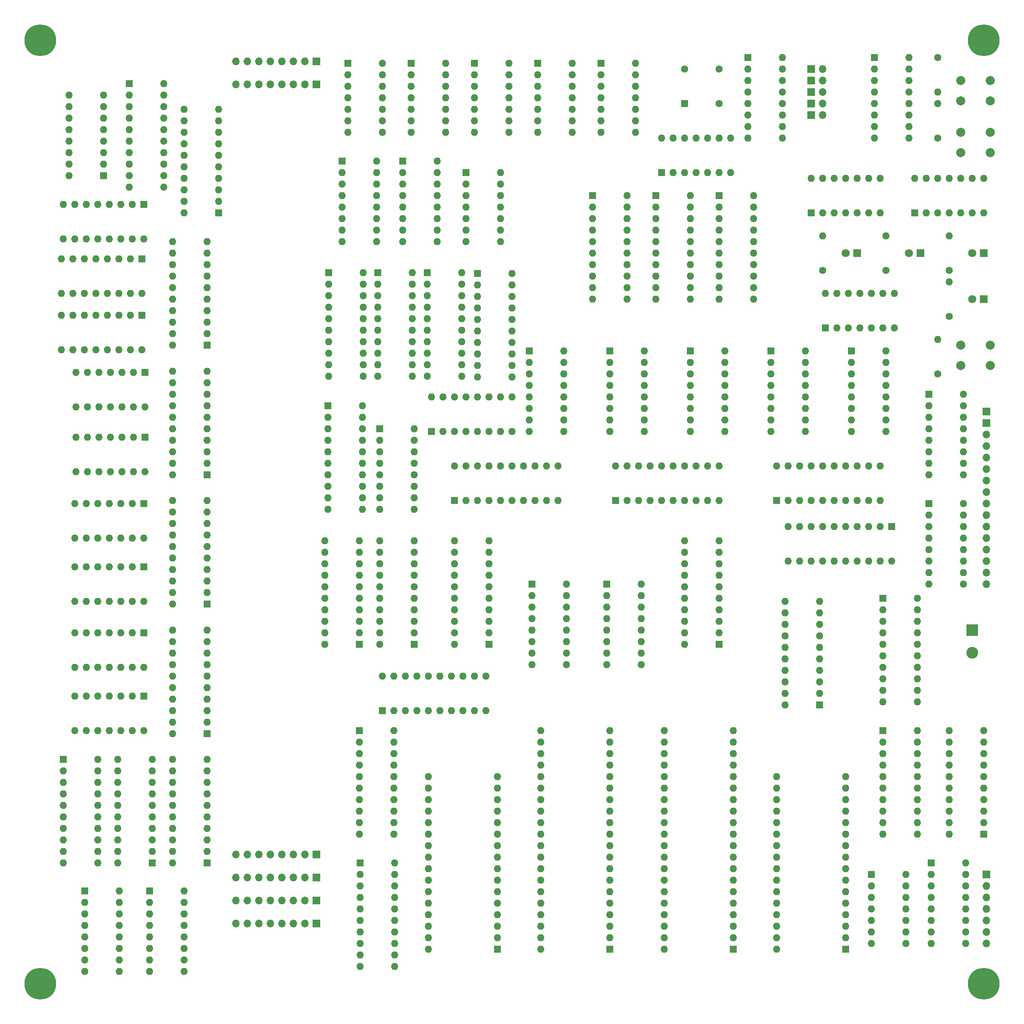
<source format=gbr>
%TF.GenerationSoftware,KiCad,Pcbnew,5.1.10*%
%TF.CreationDate,2021-08-05T21:37:01-06:00*%
%TF.ProjectId,8-bit,382d6269-742e-46b6-9963-61645f706362,rev?*%
%TF.SameCoordinates,Original*%
%TF.FileFunction,Soldermask,Bot*%
%TF.FilePolarity,Negative*%
%FSLAX46Y46*%
G04 Gerber Fmt 4.6, Leading zero omitted, Abs format (unit mm)*
G04 Created by KiCad (PCBNEW 5.1.10) date 2021-08-05 21:37:01*
%MOMM*%
%LPD*%
G01*
G04 APERTURE LIST*
%ADD10C,7.000000*%
%ADD11O,1.700000X1.700000*%
%ADD12R,1.700000X1.700000*%
%ADD13O,1.600000X1.600000*%
%ADD14R,1.600000X1.600000*%
%ADD15C,1.600000*%
%ADD16C,2.000000*%
%ADD17C,2.600000*%
%ADD18R,2.600000X2.600000*%
%ADD19R,1.800000X1.800000*%
%ADD20C,1.800000*%
G04 APERTURE END LIST*
D10*
%TO.C,REF\u002A\u002A*%
X69850000Y-13970000D03*
%TD*%
%TO.C,REF\u002A\u002A*%
X69850000Y-222250000D03*
%TD*%
%TO.C,REF\u002A\u002A*%
X278130000Y-222250000D03*
%TD*%
%TO.C,REF\u002A\u002A*%
X278130000Y-13970000D03*
%TD*%
D11*
%TO.C,J10*%
X113030000Y-18595000D03*
X115570000Y-18595000D03*
X118110000Y-18595000D03*
X120650000Y-18595000D03*
X123190000Y-18595000D03*
X125730000Y-18595000D03*
X128270000Y-18595000D03*
D12*
X130810000Y-18595000D03*
%TD*%
D11*
%TO.C,J9*%
X113030000Y-208915000D03*
X115570000Y-208915000D03*
X118110000Y-208915000D03*
X120650000Y-208915000D03*
X123190000Y-208915000D03*
X125730000Y-208915000D03*
X128270000Y-208915000D03*
D12*
X130810000Y-208915000D03*
%TD*%
D11*
%TO.C,J8*%
X113030000Y-203835000D03*
X115570000Y-203835000D03*
X118110000Y-203835000D03*
X120650000Y-203835000D03*
X123190000Y-203835000D03*
X125730000Y-203835000D03*
X128270000Y-203835000D03*
D12*
X130810000Y-203835000D03*
%TD*%
D11*
%TO.C,J7*%
X113030000Y-198755000D03*
X115570000Y-198755000D03*
X118110000Y-198755000D03*
X120650000Y-198755000D03*
X123190000Y-198755000D03*
X125730000Y-198755000D03*
X128270000Y-198755000D03*
D12*
X130810000Y-198755000D03*
%TD*%
D11*
%TO.C,J6*%
X113030000Y-23675000D03*
X115570000Y-23675000D03*
X118110000Y-23675000D03*
X120650000Y-23675000D03*
X123190000Y-23675000D03*
X125730000Y-23675000D03*
X128270000Y-23675000D03*
D12*
X130810000Y-23675000D03*
%TD*%
D13*
%TO.C,RN1*%
X152400000Y-99695000D03*
X144780000Y-117475000D03*
X152400000Y-102235000D03*
X144780000Y-114935000D03*
X152400000Y-104775000D03*
X144780000Y-112395000D03*
X152400000Y-107315000D03*
X144780000Y-109855000D03*
X152400000Y-109855000D03*
X144780000Y-107315000D03*
X152400000Y-112395000D03*
X144780000Y-104775000D03*
X152400000Y-114935000D03*
X144780000Y-102235000D03*
X152400000Y-117475000D03*
D14*
X144780000Y-99695000D03*
%TD*%
D13*
%TO.C,U68*%
X207645000Y-214630000D03*
X222885000Y-166370000D03*
X207645000Y-212090000D03*
X222885000Y-168910000D03*
X207645000Y-209550000D03*
X222885000Y-171450000D03*
X207645000Y-207010000D03*
X222885000Y-173990000D03*
X207645000Y-204470000D03*
X222885000Y-176530000D03*
X207645000Y-201930000D03*
X222885000Y-179070000D03*
X207645000Y-199390000D03*
X222885000Y-181610000D03*
X207645000Y-196850000D03*
X222885000Y-184150000D03*
X207645000Y-194310000D03*
X222885000Y-186690000D03*
X207645000Y-191770000D03*
X222885000Y-189230000D03*
X207645000Y-189230000D03*
X222885000Y-191770000D03*
X207645000Y-186690000D03*
X222885000Y-194310000D03*
X207645000Y-184150000D03*
X222885000Y-196850000D03*
X207645000Y-181610000D03*
X222885000Y-199390000D03*
X207645000Y-179070000D03*
X222885000Y-201930000D03*
X207645000Y-176530000D03*
X222885000Y-204470000D03*
X207645000Y-173990000D03*
X222885000Y-207010000D03*
X207645000Y-171450000D03*
X222885000Y-209550000D03*
X207645000Y-168910000D03*
X222885000Y-212090000D03*
X207645000Y-166370000D03*
D14*
X222885000Y-214630000D03*
%TD*%
D13*
%TO.C,U67*%
X180340000Y-214630000D03*
X195580000Y-166370000D03*
X180340000Y-212090000D03*
X195580000Y-168910000D03*
X180340000Y-209550000D03*
X195580000Y-171450000D03*
X180340000Y-207010000D03*
X195580000Y-173990000D03*
X180340000Y-204470000D03*
X195580000Y-176530000D03*
X180340000Y-201930000D03*
X195580000Y-179070000D03*
X180340000Y-199390000D03*
X195580000Y-181610000D03*
X180340000Y-196850000D03*
X195580000Y-184150000D03*
X180340000Y-194310000D03*
X195580000Y-186690000D03*
X180340000Y-191770000D03*
X195580000Y-189230000D03*
X180340000Y-189230000D03*
X195580000Y-191770000D03*
X180340000Y-186690000D03*
X195580000Y-194310000D03*
X180340000Y-184150000D03*
X195580000Y-196850000D03*
X180340000Y-181610000D03*
X195580000Y-199390000D03*
X180340000Y-179070000D03*
X195580000Y-201930000D03*
X180340000Y-176530000D03*
X195580000Y-204470000D03*
X180340000Y-173990000D03*
X195580000Y-207010000D03*
X180340000Y-171450000D03*
X195580000Y-209550000D03*
X180340000Y-168910000D03*
X195580000Y-212090000D03*
X180340000Y-166370000D03*
D14*
X195580000Y-214630000D03*
%TD*%
D13*
%TO.C,U20*%
X227330000Y-48260000D03*
X219710000Y-71120000D03*
X227330000Y-50800000D03*
X219710000Y-68580000D03*
X227330000Y-53340000D03*
X219710000Y-66040000D03*
X227330000Y-55880000D03*
X219710000Y-63500000D03*
X227330000Y-58420000D03*
X219710000Y-60960000D03*
X227330000Y-60960000D03*
X219710000Y-58420000D03*
X227330000Y-63500000D03*
X219710000Y-55880000D03*
X227330000Y-66040000D03*
X219710000Y-53340000D03*
X227330000Y-68580000D03*
X219710000Y-50800000D03*
X227330000Y-71120000D03*
D14*
X219710000Y-48260000D03*
%TD*%
D13*
%TO.C,U16*%
X213360000Y-48260000D03*
X205740000Y-71120000D03*
X213360000Y-50800000D03*
X205740000Y-68580000D03*
X213360000Y-53340000D03*
X205740000Y-66040000D03*
X213360000Y-55880000D03*
X205740000Y-63500000D03*
X213360000Y-58420000D03*
X205740000Y-60960000D03*
X213360000Y-60960000D03*
X205740000Y-58420000D03*
X213360000Y-63500000D03*
X205740000Y-55880000D03*
X213360000Y-66040000D03*
X205740000Y-53340000D03*
X213360000Y-68580000D03*
X205740000Y-50800000D03*
X213360000Y-71120000D03*
D14*
X205740000Y-48260000D03*
%TD*%
D13*
%TO.C,U13*%
X203200000Y-82550000D03*
X195580000Y-100330000D03*
X203200000Y-85090000D03*
X195580000Y-97790000D03*
X203200000Y-87630000D03*
X195580000Y-95250000D03*
X203200000Y-90170000D03*
X195580000Y-92710000D03*
X203200000Y-92710000D03*
X195580000Y-90170000D03*
X203200000Y-95250000D03*
X195580000Y-87630000D03*
X203200000Y-97790000D03*
X195580000Y-85090000D03*
X203200000Y-100330000D03*
D14*
X195580000Y-82550000D03*
%TD*%
%TO.C,U6*%
X262890000Y-52070000D03*
D13*
X278130000Y-44450000D03*
X265430000Y-52070000D03*
X275590000Y-44450000D03*
X267970000Y-52070000D03*
X273050000Y-44450000D03*
X270510000Y-52070000D03*
X270510000Y-44450000D03*
X273050000Y-52070000D03*
X267970000Y-44450000D03*
X275590000Y-52070000D03*
X265430000Y-44450000D03*
X278130000Y-52070000D03*
X262890000Y-44450000D03*
%TD*%
D14*
%TO.C,X1*%
X212090000Y-27940000D03*
D15*
X212090000Y-20320000D03*
X219710000Y-20320000D03*
X219710000Y-27940000D03*
%TD*%
D13*
%TO.C,U74*%
X270510000Y-189230000D03*
X278130000Y-166370000D03*
X270510000Y-186690000D03*
X278130000Y-168910000D03*
X270510000Y-184150000D03*
X278130000Y-171450000D03*
X270510000Y-181610000D03*
X278130000Y-173990000D03*
X270510000Y-179070000D03*
X278130000Y-176530000D03*
X270510000Y-176530000D03*
X278130000Y-179070000D03*
X270510000Y-173990000D03*
X278130000Y-181610000D03*
X270510000Y-171450000D03*
X278130000Y-184150000D03*
X270510000Y-168910000D03*
X278130000Y-186690000D03*
X270510000Y-166370000D03*
D14*
X278130000Y-189230000D03*
%TD*%
D13*
%TO.C,U73*%
X148082000Y-195580000D03*
X140462000Y-218440000D03*
X148082000Y-198120000D03*
X140462000Y-215900000D03*
X148082000Y-200660000D03*
X140462000Y-213360000D03*
X148082000Y-203200000D03*
X140462000Y-210820000D03*
X148082000Y-205740000D03*
X140462000Y-208280000D03*
X148082000Y-208280000D03*
X140462000Y-205740000D03*
X148082000Y-210820000D03*
X140462000Y-203200000D03*
X148082000Y-213360000D03*
X140462000Y-200660000D03*
X148082000Y-215900000D03*
X140462000Y-198120000D03*
X148082000Y-218440000D03*
D14*
X140462000Y-195580000D03*
%TD*%
D13*
%TO.C,U72*%
X263525000Y-166370000D03*
X255905000Y-189230000D03*
X263525000Y-168910000D03*
X255905000Y-186690000D03*
X263525000Y-171450000D03*
X255905000Y-184150000D03*
X263525000Y-173990000D03*
X255905000Y-181610000D03*
X263525000Y-176530000D03*
X255905000Y-179070000D03*
X263525000Y-179070000D03*
X255905000Y-176530000D03*
X263525000Y-181610000D03*
X255905000Y-173990000D03*
X263525000Y-184150000D03*
X255905000Y-171450000D03*
X263525000Y-186690000D03*
X255905000Y-168910000D03*
X263525000Y-189230000D03*
D14*
X255905000Y-166370000D03*
%TD*%
D13*
%TO.C,U71*%
X147955000Y-166370000D03*
X140335000Y-189230000D03*
X147955000Y-168910000D03*
X140335000Y-186690000D03*
X147955000Y-171450000D03*
X140335000Y-184150000D03*
X147955000Y-173990000D03*
X140335000Y-181610000D03*
X147955000Y-176530000D03*
X140335000Y-179070000D03*
X147955000Y-179070000D03*
X140335000Y-176530000D03*
X147955000Y-181610000D03*
X140335000Y-173990000D03*
X147955000Y-184150000D03*
X140335000Y-171450000D03*
X147955000Y-186690000D03*
X140335000Y-168910000D03*
X147955000Y-189230000D03*
D14*
X140335000Y-166370000D03*
%TD*%
D13*
%TO.C,U70*%
X232410000Y-214630000D03*
X247650000Y-176530000D03*
X232410000Y-212090000D03*
X247650000Y-179070000D03*
X232410000Y-209550000D03*
X247650000Y-181610000D03*
X232410000Y-207010000D03*
X247650000Y-184150000D03*
X232410000Y-204470000D03*
X247650000Y-186690000D03*
X232410000Y-201930000D03*
X247650000Y-189230000D03*
X232410000Y-199390000D03*
X247650000Y-191770000D03*
X232410000Y-196850000D03*
X247650000Y-194310000D03*
X232410000Y-194310000D03*
X247650000Y-196850000D03*
X232410000Y-191770000D03*
X247650000Y-199390000D03*
X232410000Y-189230000D03*
X247650000Y-201930000D03*
X232410000Y-186690000D03*
X247650000Y-204470000D03*
X232410000Y-184150000D03*
X247650000Y-207010000D03*
X232410000Y-181610000D03*
X247650000Y-209550000D03*
X232410000Y-179070000D03*
X247650000Y-212090000D03*
X232410000Y-176530000D03*
D14*
X247650000Y-214630000D03*
%TD*%
D13*
%TO.C,U69*%
X155575000Y-214630000D03*
X170815000Y-176530000D03*
X155575000Y-212090000D03*
X170815000Y-179070000D03*
X155575000Y-209550000D03*
X170815000Y-181610000D03*
X155575000Y-207010000D03*
X170815000Y-184150000D03*
X155575000Y-204470000D03*
X170815000Y-186690000D03*
X155575000Y-201930000D03*
X170815000Y-189230000D03*
X155575000Y-199390000D03*
X170815000Y-191770000D03*
X155575000Y-196850000D03*
X170815000Y-194310000D03*
X155575000Y-194310000D03*
X170815000Y-196850000D03*
X155575000Y-191770000D03*
X170815000Y-199390000D03*
X155575000Y-189230000D03*
X170815000Y-201930000D03*
X155575000Y-186690000D03*
X170815000Y-204470000D03*
X155575000Y-184150000D03*
X170815000Y-207010000D03*
X155575000Y-181610000D03*
X170815000Y-209550000D03*
X155575000Y-179070000D03*
X170815000Y-212090000D03*
X155575000Y-176530000D03*
D14*
X170815000Y-214630000D03*
%TD*%
D13*
%TO.C,U66*%
X202565000Y-133985000D03*
X194945000Y-151765000D03*
X202565000Y-136525000D03*
X194945000Y-149225000D03*
X202565000Y-139065000D03*
X194945000Y-146685000D03*
X202565000Y-141605000D03*
X194945000Y-144145000D03*
X202565000Y-144145000D03*
X194945000Y-141605000D03*
X202565000Y-146685000D03*
X194945000Y-139065000D03*
X202565000Y-149225000D03*
X194945000Y-136525000D03*
X202565000Y-151765000D03*
D14*
X194945000Y-133985000D03*
%TD*%
D13*
%TO.C,U65*%
X186055000Y-133985000D03*
X178435000Y-151765000D03*
X186055000Y-136525000D03*
X178435000Y-149225000D03*
X186055000Y-139065000D03*
X178435000Y-146685000D03*
X186055000Y-141605000D03*
X178435000Y-144145000D03*
X186055000Y-144145000D03*
X178435000Y-141605000D03*
X186055000Y-146685000D03*
X178435000Y-139065000D03*
X186055000Y-149225000D03*
X178435000Y-136525000D03*
X186055000Y-151765000D03*
D14*
X178435000Y-133985000D03*
%TD*%
%TO.C,U64*%
X145415000Y-161925000D03*
D13*
X168275000Y-154305000D03*
X147955000Y-161925000D03*
X165735000Y-154305000D03*
X150495000Y-161925000D03*
X163195000Y-154305000D03*
X153035000Y-161925000D03*
X160655000Y-154305000D03*
X155575000Y-161925000D03*
X158115000Y-154305000D03*
X158115000Y-161925000D03*
X155575000Y-154305000D03*
X160655000Y-161925000D03*
X153035000Y-154305000D03*
X163195000Y-161925000D03*
X150495000Y-154305000D03*
X165735000Y-161925000D03*
X147955000Y-154305000D03*
X168275000Y-161925000D03*
X145415000Y-154305000D03*
%TD*%
%TO.C,U63*%
X144780000Y-147320000D03*
X152400000Y-124460000D03*
X144780000Y-144780000D03*
X152400000Y-127000000D03*
X144780000Y-142240000D03*
X152400000Y-129540000D03*
X144780000Y-139700000D03*
X152400000Y-132080000D03*
X144780000Y-137160000D03*
X152400000Y-134620000D03*
X144780000Y-134620000D03*
X152400000Y-137160000D03*
X144780000Y-132080000D03*
X152400000Y-139700000D03*
X144780000Y-129540000D03*
X152400000Y-142240000D03*
X144780000Y-127000000D03*
X152400000Y-144780000D03*
X144780000Y-124460000D03*
D14*
X152400000Y-147320000D03*
%TD*%
D13*
%TO.C,U62*%
X257810000Y-128905000D03*
X234950000Y-121285000D03*
X255270000Y-128905000D03*
X237490000Y-121285000D03*
X252730000Y-128905000D03*
X240030000Y-121285000D03*
X250190000Y-128905000D03*
X242570000Y-121285000D03*
X247650000Y-128905000D03*
X245110000Y-121285000D03*
X245110000Y-128905000D03*
X247650000Y-121285000D03*
X242570000Y-128905000D03*
X250190000Y-121285000D03*
X240030000Y-128905000D03*
X252730000Y-121285000D03*
X237490000Y-128905000D03*
X255270000Y-121285000D03*
X234950000Y-128905000D03*
D14*
X257810000Y-121285000D03*
%TD*%
D13*
%TO.C,U61*%
X234315000Y-160655000D03*
X241935000Y-137795000D03*
X234315000Y-158115000D03*
X241935000Y-140335000D03*
X234315000Y-155575000D03*
X241935000Y-142875000D03*
X234315000Y-153035000D03*
X241935000Y-145415000D03*
X234315000Y-150495000D03*
X241935000Y-147955000D03*
X234315000Y-147955000D03*
X241935000Y-150495000D03*
X234315000Y-145415000D03*
X241935000Y-153035000D03*
X234315000Y-142875000D03*
X241935000Y-155575000D03*
X234315000Y-140335000D03*
X241935000Y-158115000D03*
X234315000Y-137795000D03*
D14*
X241935000Y-160655000D03*
%TD*%
D13*
%TO.C,U60*%
X201295000Y-19050000D03*
X193675000Y-34290000D03*
X201295000Y-21590000D03*
X193675000Y-31750000D03*
X201295000Y-24130000D03*
X193675000Y-29210000D03*
X201295000Y-26670000D03*
X193675000Y-26670000D03*
X201295000Y-29210000D03*
X193675000Y-24130000D03*
X201295000Y-31750000D03*
X193675000Y-21590000D03*
X201295000Y-34290000D03*
D14*
X193675000Y-19050000D03*
%TD*%
D13*
%TO.C,U59*%
X207010000Y-35560000D03*
X222250000Y-43180000D03*
X209550000Y-35560000D03*
X219710000Y-43180000D03*
X212090000Y-35560000D03*
X217170000Y-43180000D03*
X214630000Y-35560000D03*
X214630000Y-43180000D03*
X217170000Y-35560000D03*
X212090000Y-43180000D03*
X219710000Y-35560000D03*
X209550000Y-43180000D03*
X222250000Y-35560000D03*
D14*
X207010000Y-43180000D03*
%TD*%
D13*
%TO.C,U58*%
X212090000Y-147320000D03*
X219710000Y-124460000D03*
X212090000Y-144780000D03*
X219710000Y-127000000D03*
X212090000Y-142240000D03*
X219710000Y-129540000D03*
X212090000Y-139700000D03*
X219710000Y-132080000D03*
X212090000Y-137160000D03*
X219710000Y-134620000D03*
X212090000Y-134620000D03*
X219710000Y-137160000D03*
X212090000Y-132080000D03*
X219710000Y-139700000D03*
X212090000Y-129540000D03*
X219710000Y-142240000D03*
X212090000Y-127000000D03*
X219710000Y-144780000D03*
X212090000Y-124460000D03*
D14*
X219710000Y-147320000D03*
%TD*%
D13*
%TO.C,U57*%
X145415000Y-19050000D03*
X137795000Y-34290000D03*
X145415000Y-21590000D03*
X137795000Y-31750000D03*
X145415000Y-24130000D03*
X137795000Y-29210000D03*
X145415000Y-26670000D03*
X137795000Y-26670000D03*
X145415000Y-29210000D03*
X137795000Y-24130000D03*
X145415000Y-31750000D03*
X137795000Y-21590000D03*
X145415000Y-34290000D03*
D14*
X137795000Y-19050000D03*
%TD*%
D13*
%TO.C,U56*%
X161290000Y-147320000D03*
X168910000Y-124460000D03*
X161290000Y-144780000D03*
X168910000Y-127000000D03*
X161290000Y-142240000D03*
X168910000Y-129540000D03*
X161290000Y-139700000D03*
X168910000Y-132080000D03*
X161290000Y-137160000D03*
X168910000Y-134620000D03*
X161290000Y-134620000D03*
X168910000Y-137160000D03*
X161290000Y-132080000D03*
X168910000Y-139700000D03*
X161290000Y-129540000D03*
X168910000Y-142240000D03*
X161290000Y-127000000D03*
X168910000Y-144780000D03*
X161290000Y-124460000D03*
D14*
X168910000Y-147320000D03*
%TD*%
D13*
%TO.C,U55*%
X273685000Y-116205000D03*
X266065000Y-133985000D03*
X273685000Y-118745000D03*
X266065000Y-131445000D03*
X273685000Y-121285000D03*
X266065000Y-128905000D03*
X273685000Y-123825000D03*
X266065000Y-126365000D03*
X273685000Y-126365000D03*
X266065000Y-123825000D03*
X273685000Y-128905000D03*
X266065000Y-121285000D03*
X273685000Y-131445000D03*
X266065000Y-118745000D03*
X273685000Y-133985000D03*
D14*
X266065000Y-116205000D03*
%TD*%
D13*
%TO.C,U54*%
X273685000Y-92075000D03*
X266065000Y-109855000D03*
X273685000Y-94615000D03*
X266065000Y-107315000D03*
X273685000Y-97155000D03*
X266065000Y-104775000D03*
X273685000Y-99695000D03*
X266065000Y-102235000D03*
X273685000Y-102235000D03*
X266065000Y-99695000D03*
X273685000Y-104775000D03*
X266065000Y-97155000D03*
X273685000Y-107315000D03*
X266065000Y-94615000D03*
X273685000Y-109855000D03*
D14*
X266065000Y-92075000D03*
%TD*%
D13*
%TO.C,U53*%
X157480000Y-40665000D03*
X149860000Y-58445000D03*
X157480000Y-43205000D03*
X149860000Y-55905000D03*
X157480000Y-45745000D03*
X149860000Y-53365000D03*
X157480000Y-48285000D03*
X149860000Y-50825000D03*
X157480000Y-50825000D03*
X149860000Y-48285000D03*
X157480000Y-53365000D03*
X149860000Y-45745000D03*
X157480000Y-55905000D03*
X149860000Y-43205000D03*
X157480000Y-58445000D03*
D14*
X149860000Y-40665000D03*
%TD*%
D13*
%TO.C,U52*%
X144075000Y-40665000D03*
X136455000Y-58445000D03*
X144075000Y-43205000D03*
X136455000Y-55905000D03*
X144075000Y-45745000D03*
X136455000Y-53365000D03*
X144075000Y-48285000D03*
X136455000Y-50825000D03*
X144075000Y-50825000D03*
X136455000Y-48285000D03*
X144075000Y-53365000D03*
X136455000Y-45745000D03*
X144075000Y-55905000D03*
X136455000Y-43205000D03*
X144075000Y-58445000D03*
D14*
X136455000Y-40665000D03*
%TD*%
D13*
%TO.C,U51*%
X99060000Y-81280000D03*
X106680000Y-58420000D03*
X99060000Y-78740000D03*
X106680000Y-60960000D03*
X99060000Y-76200000D03*
X106680000Y-63500000D03*
X99060000Y-73660000D03*
X106680000Y-66040000D03*
X99060000Y-71120000D03*
X106680000Y-68580000D03*
X99060000Y-68580000D03*
X106680000Y-71120000D03*
X99060000Y-66040000D03*
X106680000Y-73660000D03*
X99060000Y-63500000D03*
X106680000Y-76200000D03*
X99060000Y-60960000D03*
X106680000Y-78740000D03*
X99060000Y-58420000D03*
D14*
X106680000Y-81280000D03*
%TD*%
D13*
%TO.C,U50*%
X140970000Y-94615000D03*
X133350000Y-117475000D03*
X140970000Y-97155000D03*
X133350000Y-114935000D03*
X140970000Y-99695000D03*
X133350000Y-112395000D03*
X140970000Y-102235000D03*
X133350000Y-109855000D03*
X140970000Y-104775000D03*
X133350000Y-107315000D03*
X140970000Y-107315000D03*
X133350000Y-104775000D03*
X140970000Y-109855000D03*
X133350000Y-102235000D03*
X140970000Y-112395000D03*
X133350000Y-99695000D03*
X140970000Y-114935000D03*
X133350000Y-97155000D03*
X140970000Y-117475000D03*
D14*
X133350000Y-94615000D03*
%TD*%
D13*
%TO.C,U49*%
X92330000Y-69850000D03*
X74550000Y-62230000D03*
X89790000Y-69850000D03*
X77090000Y-62230000D03*
X87250000Y-69850000D03*
X79630000Y-62230000D03*
X84710000Y-69850000D03*
X82170000Y-62230000D03*
X82170000Y-69850000D03*
X84710000Y-62230000D03*
X79630000Y-69850000D03*
X87250000Y-62230000D03*
X77090000Y-69850000D03*
X89790000Y-62230000D03*
X74550000Y-69850000D03*
D14*
X92330000Y-62230000D03*
%TD*%
D13*
%TO.C,U48*%
X92330000Y-82275000D03*
X74550000Y-74655000D03*
X89790000Y-82275000D03*
X77090000Y-74655000D03*
X87250000Y-82275000D03*
X79630000Y-74655000D03*
X84710000Y-82275000D03*
X82170000Y-74655000D03*
X82170000Y-82275000D03*
X84710000Y-74655000D03*
X79630000Y-82275000D03*
X87250000Y-74655000D03*
X77090000Y-82275000D03*
X89790000Y-74655000D03*
X74550000Y-82275000D03*
D14*
X92330000Y-74655000D03*
%TD*%
D13*
%TO.C,U47*%
X173990000Y-65405000D03*
X166370000Y-88265000D03*
X173990000Y-67945000D03*
X166370000Y-85725000D03*
X173990000Y-70485000D03*
X166370000Y-83185000D03*
X173990000Y-73025000D03*
X166370000Y-80645000D03*
X173990000Y-75565000D03*
X166370000Y-78105000D03*
X173990000Y-78105000D03*
X166370000Y-75565000D03*
X173990000Y-80645000D03*
X166370000Y-73025000D03*
X173990000Y-83185000D03*
X166370000Y-70485000D03*
X173990000Y-85725000D03*
X166370000Y-67945000D03*
X173990000Y-88265000D03*
D14*
X166370000Y-65405000D03*
%TD*%
D13*
%TO.C,U46*%
X156210000Y-92710000D03*
X173990000Y-100330000D03*
X158750000Y-92710000D03*
X171450000Y-100330000D03*
X161290000Y-92710000D03*
X168910000Y-100330000D03*
X163830000Y-92710000D03*
X166370000Y-100330000D03*
X166370000Y-92710000D03*
X163830000Y-100330000D03*
X168910000Y-92710000D03*
X161290000Y-100330000D03*
X171450000Y-92710000D03*
X158750000Y-100330000D03*
X173990000Y-92710000D03*
D14*
X156210000Y-100330000D03*
%TD*%
D13*
%TO.C,U45*%
X187325000Y-19050000D03*
X179705000Y-34290000D03*
X187325000Y-21590000D03*
X179705000Y-31750000D03*
X187325000Y-24130000D03*
X179705000Y-29210000D03*
X187325000Y-26670000D03*
X179705000Y-26670000D03*
X187325000Y-29210000D03*
X179705000Y-24130000D03*
X187325000Y-31750000D03*
X179705000Y-21590000D03*
X187325000Y-34290000D03*
D14*
X179705000Y-19050000D03*
%TD*%
D13*
%TO.C,U44*%
X99060000Y-167005000D03*
X106680000Y-144145000D03*
X99060000Y-164465000D03*
X106680000Y-146685000D03*
X99060000Y-161925000D03*
X106680000Y-149225000D03*
X99060000Y-159385000D03*
X106680000Y-151765000D03*
X99060000Y-156845000D03*
X106680000Y-154305000D03*
X99060000Y-154305000D03*
X106680000Y-156845000D03*
X99060000Y-151765000D03*
X106680000Y-159385000D03*
X99060000Y-149225000D03*
X106680000Y-161925000D03*
X99060000Y-146685000D03*
X106680000Y-164465000D03*
X99060000Y-144145000D03*
D14*
X106680000Y-167005000D03*
%TD*%
D13*
%TO.C,U43*%
X92710000Y-166370000D03*
X77470000Y-158750000D03*
X90170000Y-166370000D03*
X80010000Y-158750000D03*
X87630000Y-166370000D03*
X82550000Y-158750000D03*
X85090000Y-166370000D03*
X85090000Y-158750000D03*
X82550000Y-166370000D03*
X87630000Y-158750000D03*
X80010000Y-166370000D03*
X90170000Y-158750000D03*
X77470000Y-166370000D03*
D14*
X92710000Y-158750000D03*
%TD*%
D13*
%TO.C,U42*%
X92710000Y-152400000D03*
X77470000Y-144780000D03*
X90170000Y-152400000D03*
X80010000Y-144780000D03*
X87630000Y-152400000D03*
X82550000Y-144780000D03*
X85090000Y-152400000D03*
X85090000Y-144780000D03*
X82550000Y-152400000D03*
X87630000Y-144780000D03*
X80010000Y-152400000D03*
X90170000Y-144780000D03*
X77470000Y-152400000D03*
D14*
X92710000Y-144780000D03*
%TD*%
D13*
%TO.C,U41*%
X99060000Y-138430000D03*
X106680000Y-115570000D03*
X99060000Y-135890000D03*
X106680000Y-118110000D03*
X99060000Y-133350000D03*
X106680000Y-120650000D03*
X99060000Y-130810000D03*
X106680000Y-123190000D03*
X99060000Y-128270000D03*
X106680000Y-125730000D03*
X99060000Y-125730000D03*
X106680000Y-128270000D03*
X99060000Y-123190000D03*
X106680000Y-130810000D03*
X99060000Y-120650000D03*
X106680000Y-133350000D03*
X99060000Y-118110000D03*
X106680000Y-135890000D03*
X99060000Y-115570000D03*
D14*
X106680000Y-138430000D03*
%TD*%
D13*
%TO.C,U40*%
X92710000Y-137795000D03*
X77470000Y-130175000D03*
X90170000Y-137795000D03*
X80010000Y-130175000D03*
X87630000Y-137795000D03*
X82550000Y-130175000D03*
X85090000Y-137795000D03*
X85090000Y-130175000D03*
X82550000Y-137795000D03*
X87630000Y-130175000D03*
X80010000Y-137795000D03*
X90170000Y-130175000D03*
X77470000Y-137795000D03*
D14*
X92710000Y-130175000D03*
%TD*%
D13*
%TO.C,U39*%
X92710000Y-123825000D03*
X77470000Y-116205000D03*
X90170000Y-123825000D03*
X80010000Y-116205000D03*
X87630000Y-123825000D03*
X82550000Y-116205000D03*
X85090000Y-123825000D03*
X85090000Y-116205000D03*
X82550000Y-123825000D03*
X87630000Y-116205000D03*
X80010000Y-123825000D03*
X90170000Y-116205000D03*
X77470000Y-123825000D03*
D14*
X92710000Y-116205000D03*
%TD*%
D13*
%TO.C,U38*%
X99060000Y-109855000D03*
X106680000Y-86995000D03*
X99060000Y-107315000D03*
X106680000Y-89535000D03*
X99060000Y-104775000D03*
X106680000Y-92075000D03*
X99060000Y-102235000D03*
X106680000Y-94615000D03*
X99060000Y-99695000D03*
X106680000Y-97155000D03*
X99060000Y-97155000D03*
X106680000Y-99695000D03*
X99060000Y-94615000D03*
X106680000Y-102235000D03*
X99060000Y-92075000D03*
X106680000Y-104775000D03*
X99060000Y-89535000D03*
X106680000Y-107315000D03*
X99060000Y-86995000D03*
D14*
X106680000Y-109855000D03*
%TD*%
D13*
%TO.C,U37*%
X92965000Y-109220000D03*
X77725000Y-101600000D03*
X90425000Y-109220000D03*
X80265000Y-101600000D03*
X87885000Y-109220000D03*
X82805000Y-101600000D03*
X85345000Y-109220000D03*
X85345000Y-101600000D03*
X82805000Y-109220000D03*
X87885000Y-101600000D03*
X80265000Y-109220000D03*
X90425000Y-101600000D03*
X77725000Y-109220000D03*
D14*
X92965000Y-101600000D03*
%TD*%
D13*
%TO.C,U36*%
X92965000Y-94915000D03*
X77725000Y-87295000D03*
X90425000Y-94915000D03*
X80265000Y-87295000D03*
X87885000Y-94915000D03*
X82805000Y-87295000D03*
X85345000Y-94915000D03*
X85345000Y-87295000D03*
X82805000Y-94915000D03*
X87885000Y-87295000D03*
X80265000Y-94915000D03*
X90425000Y-87295000D03*
X77725000Y-94915000D03*
D14*
X92965000Y-87295000D03*
%TD*%
D13*
%TO.C,U35*%
X86995000Y-195580000D03*
X94615000Y-172720000D03*
X86995000Y-193040000D03*
X94615000Y-175260000D03*
X86995000Y-190500000D03*
X94615000Y-177800000D03*
X86995000Y-187960000D03*
X94615000Y-180340000D03*
X86995000Y-185420000D03*
X94615000Y-182880000D03*
X86995000Y-182880000D03*
X94615000Y-185420000D03*
X86995000Y-180340000D03*
X94615000Y-187960000D03*
X86995000Y-177800000D03*
X94615000Y-190500000D03*
X86995000Y-175260000D03*
X94615000Y-193040000D03*
X86995000Y-172720000D03*
D14*
X94615000Y-195580000D03*
%TD*%
D13*
%TO.C,U34*%
X141170000Y-65235000D03*
X133550000Y-88095000D03*
X141170000Y-67775000D03*
X133550000Y-85555000D03*
X141170000Y-70315000D03*
X133550000Y-83015000D03*
X141170000Y-72855000D03*
X133550000Y-80475000D03*
X141170000Y-75395000D03*
X133550000Y-77935000D03*
X141170000Y-77935000D03*
X133550000Y-75395000D03*
X141170000Y-80475000D03*
X133550000Y-72855000D03*
X141170000Y-83015000D03*
X133550000Y-70315000D03*
X141170000Y-85555000D03*
X133550000Y-67775000D03*
X141170000Y-88095000D03*
D14*
X133550000Y-65235000D03*
%TD*%
D13*
%TO.C,U33*%
X152020000Y-65235000D03*
X144400000Y-88095000D03*
X152020000Y-67775000D03*
X144400000Y-85555000D03*
X152020000Y-70315000D03*
X144400000Y-83015000D03*
X152020000Y-72855000D03*
X144400000Y-80475000D03*
X152020000Y-75395000D03*
X144400000Y-77935000D03*
X152020000Y-77935000D03*
X144400000Y-75395000D03*
X152020000Y-80475000D03*
X144400000Y-72855000D03*
X152020000Y-83015000D03*
X144400000Y-70315000D03*
X152020000Y-85555000D03*
X144400000Y-67775000D03*
X152020000Y-88095000D03*
D14*
X144400000Y-65235000D03*
%TD*%
D13*
%TO.C,U32*%
X162870000Y-65235000D03*
X155250000Y-88095000D03*
X162870000Y-67775000D03*
X155250000Y-85555000D03*
X162870000Y-70315000D03*
X155250000Y-83015000D03*
X162870000Y-72855000D03*
X155250000Y-80475000D03*
X162870000Y-75395000D03*
X155250000Y-77935000D03*
X162870000Y-77935000D03*
X155250000Y-75395000D03*
X162870000Y-80475000D03*
X155250000Y-72855000D03*
X162870000Y-83015000D03*
X155250000Y-70315000D03*
X162870000Y-85555000D03*
X155250000Y-67775000D03*
X162870000Y-88095000D03*
D14*
X155250000Y-65235000D03*
%TD*%
D13*
%TO.C,U31*%
X92710000Y-57785000D03*
X74930000Y-50165000D03*
X90170000Y-57785000D03*
X77470000Y-50165000D03*
X87630000Y-57785000D03*
X80010000Y-50165000D03*
X85090000Y-57785000D03*
X82550000Y-50165000D03*
X82550000Y-57785000D03*
X85090000Y-50165000D03*
X80010000Y-57785000D03*
X87630000Y-50165000D03*
X77470000Y-57785000D03*
X90170000Y-50165000D03*
X74930000Y-57785000D03*
D14*
X92710000Y-50165000D03*
%TD*%
D13*
%TO.C,U30*%
X76200000Y-43815000D03*
X83820000Y-26035000D03*
X76200000Y-41275000D03*
X83820000Y-28575000D03*
X76200000Y-38735000D03*
X83820000Y-31115000D03*
X76200000Y-36195000D03*
X83820000Y-33655000D03*
X76200000Y-33655000D03*
X83820000Y-36195000D03*
X76200000Y-31115000D03*
X83820000Y-38735000D03*
X76200000Y-28575000D03*
X83820000Y-41275000D03*
X76200000Y-26035000D03*
D14*
X83820000Y-43815000D03*
%TD*%
D13*
%TO.C,U29*%
X99060000Y-195580000D03*
X106680000Y-172720000D03*
X99060000Y-193040000D03*
X106680000Y-175260000D03*
X99060000Y-190500000D03*
X106680000Y-177800000D03*
X99060000Y-187960000D03*
X106680000Y-180340000D03*
X99060000Y-185420000D03*
X106680000Y-182880000D03*
X99060000Y-182880000D03*
X106680000Y-185420000D03*
X99060000Y-180340000D03*
X106680000Y-187960000D03*
X99060000Y-177800000D03*
X106680000Y-190500000D03*
X99060000Y-175260000D03*
X106680000Y-193040000D03*
X99060000Y-172720000D03*
D14*
X106680000Y-195580000D03*
%TD*%
D13*
%TO.C,U28*%
X82550000Y-172720000D03*
X74930000Y-195580000D03*
X82550000Y-175260000D03*
X74930000Y-193040000D03*
X82550000Y-177800000D03*
X74930000Y-190500000D03*
X82550000Y-180340000D03*
X74930000Y-187960000D03*
X82550000Y-182880000D03*
X74930000Y-185420000D03*
X82550000Y-185420000D03*
X74930000Y-182880000D03*
X82550000Y-187960000D03*
X74930000Y-180340000D03*
X82550000Y-190500000D03*
X74930000Y-177800000D03*
X82550000Y-193040000D03*
X74930000Y-175260000D03*
X82550000Y-195580000D03*
D14*
X74930000Y-172720000D03*
%TD*%
D13*
%TO.C,U27*%
X101600000Y-52070000D03*
X109220000Y-29210000D03*
X101600000Y-49530000D03*
X109220000Y-31750000D03*
X101600000Y-46990000D03*
X109220000Y-34290000D03*
X101600000Y-44450000D03*
X109220000Y-36830000D03*
X101600000Y-41910000D03*
X109220000Y-39370000D03*
X101600000Y-39370000D03*
X109220000Y-41910000D03*
X101600000Y-36830000D03*
X109220000Y-44450000D03*
X101600000Y-34290000D03*
X109220000Y-46990000D03*
X101600000Y-31750000D03*
X109220000Y-49530000D03*
X101600000Y-29210000D03*
D14*
X109220000Y-52070000D03*
%TD*%
D13*
%TO.C,U26*%
X97155000Y-23495000D03*
X89535000Y-46355000D03*
X97155000Y-26035000D03*
X89535000Y-43815000D03*
X97155000Y-28575000D03*
X89535000Y-41275000D03*
X97155000Y-31115000D03*
X89535000Y-38735000D03*
X97155000Y-33655000D03*
X89535000Y-36195000D03*
X97155000Y-36195000D03*
X89535000Y-33655000D03*
X97155000Y-38735000D03*
X89535000Y-31115000D03*
X97155000Y-41275000D03*
X89535000Y-28575000D03*
X97155000Y-43815000D03*
X89535000Y-26035000D03*
X97155000Y-46355000D03*
D14*
X89535000Y-23495000D03*
%TD*%
D13*
%TO.C,U25*%
X159385000Y-19050000D03*
X151765000Y-34290000D03*
X159385000Y-21590000D03*
X151765000Y-31750000D03*
X159385000Y-24130000D03*
X151765000Y-29210000D03*
X159385000Y-26670000D03*
X151765000Y-26670000D03*
X159385000Y-29210000D03*
X151765000Y-24130000D03*
X159385000Y-31750000D03*
X151765000Y-21590000D03*
X159385000Y-34290000D03*
D14*
X151765000Y-19050000D03*
%TD*%
D13*
%TO.C,U24*%
X274135000Y-195580000D03*
X266515000Y-213360000D03*
X274135000Y-198120000D03*
X266515000Y-210820000D03*
X274135000Y-200660000D03*
X266515000Y-208280000D03*
X274135000Y-203200000D03*
X266515000Y-205740000D03*
X274135000Y-205740000D03*
X266515000Y-203200000D03*
X274135000Y-208280000D03*
X266515000Y-200660000D03*
X274135000Y-210820000D03*
X266515000Y-198120000D03*
X274135000Y-213360000D03*
D14*
X266515000Y-195580000D03*
%TD*%
D13*
%TO.C,U23*%
X101600000Y-201760000D03*
X93980000Y-219540000D03*
X101600000Y-204300000D03*
X93980000Y-217000000D03*
X101600000Y-206840000D03*
X93980000Y-214460000D03*
X101600000Y-209380000D03*
X93980000Y-211920000D03*
X101600000Y-211920000D03*
X93980000Y-209380000D03*
X101600000Y-214460000D03*
X93980000Y-206840000D03*
X101600000Y-217000000D03*
X93980000Y-204300000D03*
X101600000Y-219540000D03*
D14*
X93980000Y-201760000D03*
%TD*%
D13*
%TO.C,U22*%
X87335000Y-201760000D03*
X79715000Y-219540000D03*
X87335000Y-204300000D03*
X79715000Y-217000000D03*
X87335000Y-206840000D03*
X79715000Y-214460000D03*
X87335000Y-209380000D03*
X79715000Y-211920000D03*
X87335000Y-211920000D03*
X79715000Y-209380000D03*
X87335000Y-214460000D03*
X79715000Y-206840000D03*
X87335000Y-217000000D03*
X79715000Y-204300000D03*
X87335000Y-219540000D03*
D14*
X79715000Y-201760000D03*
%TD*%
D13*
%TO.C,U21*%
X256540000Y-82550000D03*
X248920000Y-100330000D03*
X256540000Y-85090000D03*
X248920000Y-97790000D03*
X256540000Y-87630000D03*
X248920000Y-95250000D03*
X256540000Y-90170000D03*
X248920000Y-92710000D03*
X256540000Y-92710000D03*
X248920000Y-90170000D03*
X256540000Y-95250000D03*
X248920000Y-87630000D03*
X256540000Y-97790000D03*
X248920000Y-85090000D03*
X256540000Y-100330000D03*
D14*
X248920000Y-82550000D03*
%TD*%
D13*
%TO.C,U19*%
X232410000Y-107950000D03*
X255270000Y-115570000D03*
X234950000Y-107950000D03*
X252730000Y-115570000D03*
X237490000Y-107950000D03*
X250190000Y-115570000D03*
X240030000Y-107950000D03*
X247650000Y-115570000D03*
X242570000Y-107950000D03*
X245110000Y-115570000D03*
X245110000Y-107950000D03*
X242570000Y-115570000D03*
X247650000Y-107950000D03*
X240030000Y-115570000D03*
X250190000Y-107950000D03*
X237490000Y-115570000D03*
X252730000Y-107950000D03*
X234950000Y-115570000D03*
X255270000Y-107950000D03*
D14*
X232410000Y-115570000D03*
%TD*%
D13*
%TO.C,U18*%
X238760000Y-82550000D03*
X231140000Y-100330000D03*
X238760000Y-85090000D03*
X231140000Y-97790000D03*
X238760000Y-87630000D03*
X231140000Y-95250000D03*
X238760000Y-90170000D03*
X231140000Y-92710000D03*
X238760000Y-92710000D03*
X231140000Y-90170000D03*
X238760000Y-95250000D03*
X231140000Y-87630000D03*
X238760000Y-97790000D03*
X231140000Y-85090000D03*
X238760000Y-100330000D03*
D14*
X231140000Y-82550000D03*
%TD*%
D13*
%TO.C,U17*%
X220980000Y-82550000D03*
X213360000Y-100330000D03*
X220980000Y-85090000D03*
X213360000Y-97790000D03*
X220980000Y-87630000D03*
X213360000Y-95250000D03*
X220980000Y-90170000D03*
X213360000Y-92710000D03*
X220980000Y-92710000D03*
X213360000Y-90170000D03*
X220980000Y-95250000D03*
X213360000Y-87630000D03*
X220980000Y-97790000D03*
X213360000Y-85090000D03*
X220980000Y-100330000D03*
D14*
X213360000Y-82550000D03*
%TD*%
D13*
%TO.C,U15*%
X196850000Y-107950000D03*
X219710000Y-115570000D03*
X199390000Y-107950000D03*
X217170000Y-115570000D03*
X201930000Y-107950000D03*
X214630000Y-115570000D03*
X204470000Y-107950000D03*
X212090000Y-115570000D03*
X207010000Y-107950000D03*
X209550000Y-115570000D03*
X209550000Y-107950000D03*
X207010000Y-115570000D03*
X212090000Y-107950000D03*
X204470000Y-115570000D03*
X214630000Y-107950000D03*
X201930000Y-115570000D03*
X217170000Y-107950000D03*
X199390000Y-115570000D03*
X219710000Y-107950000D03*
D14*
X196850000Y-115570000D03*
%TD*%
D13*
%TO.C,U14*%
X171450000Y-43180000D03*
X163830000Y-58420000D03*
X171450000Y-45720000D03*
X163830000Y-55880000D03*
X171450000Y-48260000D03*
X163830000Y-53340000D03*
X171450000Y-50800000D03*
X163830000Y-50800000D03*
X171450000Y-53340000D03*
X163830000Y-48260000D03*
X171450000Y-55880000D03*
X163830000Y-45720000D03*
X171450000Y-58420000D03*
D14*
X163830000Y-43180000D03*
%TD*%
D13*
%TO.C,U12*%
X161290000Y-107950000D03*
X184150000Y-115570000D03*
X163830000Y-107950000D03*
X181610000Y-115570000D03*
X166370000Y-107950000D03*
X179070000Y-115570000D03*
X168910000Y-107950000D03*
X176530000Y-115570000D03*
X171450000Y-107950000D03*
X173990000Y-115570000D03*
X173990000Y-107950000D03*
X171450000Y-115570000D03*
X176530000Y-107950000D03*
X168910000Y-115570000D03*
X179070000Y-107950000D03*
X166370000Y-115570000D03*
X181610000Y-107950000D03*
X163830000Y-115570000D03*
X184150000Y-107950000D03*
D14*
X161290000Y-115570000D03*
%TD*%
D13*
%TO.C,U11*%
X243205000Y-69850000D03*
X258445000Y-77470000D03*
X245745000Y-69850000D03*
X255905000Y-77470000D03*
X248285000Y-69850000D03*
X253365000Y-77470000D03*
X250825000Y-69850000D03*
X250825000Y-77470000D03*
X253365000Y-69850000D03*
X248285000Y-77470000D03*
X255905000Y-69850000D03*
X245745000Y-77470000D03*
X258445000Y-69850000D03*
D14*
X243205000Y-77470000D03*
%TD*%
D13*
%TO.C,U10*%
X185420000Y-82550000D03*
X177800000Y-100330000D03*
X185420000Y-85090000D03*
X177800000Y-97790000D03*
X185420000Y-87630000D03*
X177800000Y-95250000D03*
X185420000Y-90170000D03*
X177800000Y-92710000D03*
X185420000Y-92710000D03*
X177800000Y-90170000D03*
X185420000Y-95250000D03*
X177800000Y-87630000D03*
X185420000Y-97790000D03*
X177800000Y-85090000D03*
X185420000Y-100330000D03*
D14*
X177800000Y-82550000D03*
%TD*%
D13*
%TO.C,U9*%
X199390000Y-48260000D03*
X191770000Y-71120000D03*
X199390000Y-50800000D03*
X191770000Y-68580000D03*
X199390000Y-53340000D03*
X191770000Y-66040000D03*
X199390000Y-55880000D03*
X191770000Y-63500000D03*
X199390000Y-58420000D03*
X191770000Y-60960000D03*
X199390000Y-60960000D03*
X191770000Y-58420000D03*
X199390000Y-63500000D03*
X191770000Y-55880000D03*
X199390000Y-66040000D03*
X191770000Y-53340000D03*
X199390000Y-68580000D03*
X191770000Y-50800000D03*
X199390000Y-71120000D03*
D14*
X191770000Y-48260000D03*
%TD*%
%TO.C,U8*%
X240030000Y-52070000D03*
D13*
X255270000Y-44450000D03*
X242570000Y-52070000D03*
X252730000Y-44450000D03*
X245110000Y-52070000D03*
X250190000Y-44450000D03*
X247650000Y-52070000D03*
X247650000Y-44450000D03*
X250190000Y-52070000D03*
X245110000Y-44450000D03*
X252730000Y-52070000D03*
X242570000Y-44450000D03*
X255270000Y-52070000D03*
X240030000Y-44450000D03*
%TD*%
D14*
%TO.C,U7*%
X254000000Y-17780000D03*
D13*
X261620000Y-35560000D03*
X254000000Y-20320000D03*
X261620000Y-33020000D03*
X254000000Y-22860000D03*
X261620000Y-30480000D03*
X254000000Y-25400000D03*
X261620000Y-27940000D03*
X254000000Y-27940000D03*
X261620000Y-25400000D03*
X254000000Y-30480000D03*
X261620000Y-22860000D03*
X254000000Y-33020000D03*
X261620000Y-20320000D03*
X254000000Y-35560000D03*
X261620000Y-17780000D03*
%TD*%
D14*
%TO.C,U5*%
X226060000Y-17780000D03*
D13*
X233680000Y-35560000D03*
X226060000Y-20320000D03*
X233680000Y-33020000D03*
X226060000Y-22860000D03*
X233680000Y-30480000D03*
X226060000Y-25400000D03*
X233680000Y-27940000D03*
X226060000Y-27940000D03*
X233680000Y-25400000D03*
X226060000Y-30480000D03*
X233680000Y-22860000D03*
X226060000Y-33020000D03*
X233680000Y-20320000D03*
X226060000Y-35560000D03*
X233680000Y-17780000D03*
%TD*%
%TO.C,U4*%
X260985000Y-198120000D03*
X253365000Y-213360000D03*
X260985000Y-200660000D03*
X253365000Y-210820000D03*
X260985000Y-203200000D03*
X253365000Y-208280000D03*
X260985000Y-205740000D03*
X253365000Y-205740000D03*
X260985000Y-208280000D03*
X253365000Y-203200000D03*
X260985000Y-210820000D03*
X253365000Y-200660000D03*
X260985000Y-213360000D03*
D14*
X253365000Y-198120000D03*
%TD*%
D13*
%TO.C,U3*%
X263525000Y-137160000D03*
X255905000Y-160020000D03*
X263525000Y-139700000D03*
X255905000Y-157480000D03*
X263525000Y-142240000D03*
X255905000Y-154940000D03*
X263525000Y-144780000D03*
X255905000Y-152400000D03*
X263525000Y-147320000D03*
X255905000Y-149860000D03*
X263525000Y-149860000D03*
X255905000Y-147320000D03*
X263525000Y-152400000D03*
X255905000Y-144780000D03*
X263525000Y-154940000D03*
X255905000Y-142240000D03*
X263525000Y-157480000D03*
X255905000Y-139700000D03*
X263525000Y-160020000D03*
D14*
X255905000Y-137160000D03*
%TD*%
D13*
%TO.C,U2*%
X132715000Y-147320000D03*
X140335000Y-124460000D03*
X132715000Y-144780000D03*
X140335000Y-127000000D03*
X132715000Y-142240000D03*
X140335000Y-129540000D03*
X132715000Y-139700000D03*
X140335000Y-132080000D03*
X132715000Y-137160000D03*
X140335000Y-134620000D03*
X132715000Y-134620000D03*
X140335000Y-137160000D03*
X132715000Y-132080000D03*
X140335000Y-139700000D03*
X132715000Y-129540000D03*
X140335000Y-142240000D03*
X132715000Y-127000000D03*
X140335000Y-144780000D03*
X132715000Y-124460000D03*
D14*
X140335000Y-147320000D03*
%TD*%
D13*
%TO.C,U1*%
X173355000Y-19050000D03*
X165735000Y-34290000D03*
X173355000Y-21590000D03*
X165735000Y-31750000D03*
X173355000Y-24130000D03*
X165735000Y-29210000D03*
X173355000Y-26670000D03*
X165735000Y-26670000D03*
X173355000Y-29210000D03*
X165735000Y-24130000D03*
X173355000Y-31750000D03*
X165735000Y-21590000D03*
X173355000Y-34290000D03*
D14*
X165735000Y-19050000D03*
%TD*%
D16*
%TO.C,SW3*%
X273050000Y-38790000D03*
X273050000Y-34290000D03*
X279550000Y-38790000D03*
X279550000Y-34290000D03*
%TD*%
%TO.C,SW2*%
X273050000Y-27360000D03*
X273050000Y-22860000D03*
X279550000Y-27360000D03*
X279550000Y-22860000D03*
%TD*%
%TO.C,SW1*%
X273050000Y-85780000D03*
X273050000Y-81280000D03*
X279550000Y-85780000D03*
X279550000Y-81280000D03*
%TD*%
D15*
%TO.C,R7*%
X270510000Y-64770000D03*
D13*
X270510000Y-57150000D03*
%TD*%
D15*
%TO.C,R6*%
X270510000Y-74930000D03*
D13*
X270510000Y-67310000D03*
%TD*%
D15*
%TO.C,R5*%
X256540000Y-64770000D03*
D13*
X256540000Y-57150000D03*
%TD*%
D15*
%TO.C,R4*%
X242570000Y-64770000D03*
D13*
X242570000Y-57150000D03*
%TD*%
D15*
%TO.C,R3*%
X267970000Y-35560000D03*
D13*
X267970000Y-27940000D03*
%TD*%
D15*
%TO.C,R2*%
X267970000Y-17780000D03*
D13*
X267970000Y-25400000D03*
%TD*%
D15*
%TO.C,R1*%
X267970000Y-87630000D03*
D13*
X267970000Y-80010000D03*
%TD*%
D12*
%TO.C,JP5*%
X240030000Y-30480000D03*
D11*
X242570000Y-30480000D03*
%TD*%
D12*
%TO.C,JP4*%
X240030000Y-27940000D03*
D11*
X242570000Y-27940000D03*
%TD*%
D12*
%TO.C,JP3*%
X240030000Y-25400000D03*
D11*
X242570000Y-25400000D03*
%TD*%
D12*
%TO.C,JP2*%
X240030000Y-22860000D03*
D11*
X242570000Y-22860000D03*
%TD*%
D12*
%TO.C,JP1*%
X240030000Y-20320000D03*
D11*
X242570000Y-20320000D03*
%TD*%
%TO.C,J5*%
X278765000Y-213360000D03*
X278765000Y-210820000D03*
X278765000Y-208280000D03*
X278765000Y-205740000D03*
X278765000Y-203200000D03*
X278765000Y-200660000D03*
D12*
X278765000Y-198120000D03*
%TD*%
D11*
%TO.C,J4*%
X278765000Y-133985000D03*
X278765000Y-131445000D03*
X278765000Y-128905000D03*
X278765000Y-126365000D03*
X278765000Y-123825000D03*
X278765000Y-121285000D03*
X278765000Y-118745000D03*
X278765000Y-116205000D03*
X278765000Y-113665000D03*
X278765000Y-111125000D03*
X278765000Y-108585000D03*
X278765000Y-106045000D03*
X278765000Y-103505000D03*
X278765000Y-100965000D03*
D12*
X278765000Y-98425000D03*
%TD*%
D11*
%TO.C,J3*%
X113030000Y-193675000D03*
X115570000Y-193675000D03*
X118110000Y-193675000D03*
X120650000Y-193675000D03*
X123190000Y-193675000D03*
X125730000Y-193675000D03*
X128270000Y-193675000D03*
D12*
X130810000Y-193675000D03*
%TD*%
%TO.C,J2*%
X278765000Y-95885000D03*
%TD*%
D17*
%TO.C,J1*%
X275590000Y-149145000D03*
D18*
X275590000Y-144145000D03*
%TD*%
D19*
%TO.C,D4*%
X278130000Y-60960000D03*
D20*
X275590000Y-60960000D03*
%TD*%
D19*
%TO.C,D3*%
X278130000Y-71120000D03*
D20*
X275590000Y-71120000D03*
%TD*%
D19*
%TO.C,D2*%
X264160000Y-60960000D03*
D20*
X261620000Y-60960000D03*
%TD*%
D19*
%TO.C,D1*%
X250190000Y-60960000D03*
D20*
X247650000Y-60960000D03*
%TD*%
M02*

</source>
